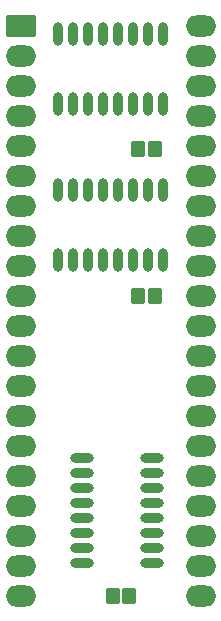
<source format=gts>
G04 Layer: TopSolderMaskLayer*
G04 EasyEDA v6.5.22, 2023-01-18 22:18:13*
G04 eba29598cffc45a1a2b09f1bfeec2ae0,7be1179030e74d40a97a3c751b95adb4,10*
G04 Gerber Generator version 0.2*
G04 Scale: 100 percent, Rotated: No, Reflected: No *
G04 Dimensions in millimeters *
G04 leading zeros omitted , absolute positions ,4 integer and 5 decimal *
%FSLAX45Y45*%
%MOMM*%

%AMMACRO1*1,1,$1,$2,$3*1,1,$1,$4,$5*1,1,$1,0-$2,0-$3*1,1,$1,0-$4,0-$5*20,1,$1,$2,$3,$4,$5,0*20,1,$1,$4,$5,0-$2,0-$3,0*20,1,$1,0-$2,0-$3,0-$4,0-$5,0*20,1,$1,0-$4,0-$5,$2,$3,0*4,1,4,$2,$3,$4,$5,0-$2,0-$3,0-$4,0-$5,$2,$3,0*%
%ADD10MACRO1,0.2032X-1.1989X0.8001X1.1989X0.8001*%
%ADD11O,2.6031952X1.8031968*%
%ADD12MACRO1,0.2032X-0.5X0.55X0.5X0.55*%
%ADD13O,0.8031988000000001X2.0031963999999998*%
%ADD14O,2.0031963999999998X0.8031988000000001*%

%LPD*%
D10*
G01*
X1854200Y-1828800D03*
D11*
G01*
X3378200Y-6654800D03*
G01*
X1854200Y-2082800D03*
G01*
X3378200Y-6400800D03*
G01*
X1854200Y-2336800D03*
G01*
X3378200Y-6146800D03*
G01*
X1854200Y-2590800D03*
G01*
X3378200Y-5892800D03*
G01*
X1854200Y-2844800D03*
G01*
X3378200Y-5638800D03*
G01*
X1854200Y-3098800D03*
G01*
X3378200Y-5384800D03*
G01*
X1854200Y-3352800D03*
G01*
X3378200Y-5130800D03*
G01*
X1854200Y-3606800D03*
G01*
X3378200Y-4876800D03*
G01*
X1854200Y-3860800D03*
G01*
X3378200Y-4622800D03*
G01*
X1854200Y-4114800D03*
G01*
X3378200Y-4368800D03*
G01*
X1854200Y-4368800D03*
G01*
X3378200Y-4114800D03*
G01*
X1854200Y-4622800D03*
G01*
X3378200Y-3860800D03*
G01*
X1854200Y-4876800D03*
G01*
X3378200Y-3606800D03*
G01*
X1854200Y-5130800D03*
G01*
X3378200Y-3352800D03*
G01*
X1854200Y-5384800D03*
G01*
X3378200Y-3098800D03*
G01*
X1854200Y-5638800D03*
G01*
X3378200Y-2844800D03*
G01*
X1854200Y-5892800D03*
G01*
X3378200Y-2590800D03*
G01*
X1854200Y-6146800D03*
G01*
X3378200Y-2336800D03*
G01*
X1854200Y-6400800D03*
G01*
X3378200Y-2082800D03*
G01*
X1854200Y-6654800D03*
G01*
X3378200Y-1828800D03*
D12*
G01*
X2850989Y-2870201D03*
G01*
X2990989Y-2870201D03*
G01*
X2850989Y-4114801D03*
G01*
X2990989Y-4114801D03*
D13*
G01*
X2171700Y-2494279D03*
G01*
X2298700Y-2494279D03*
G01*
X2425700Y-2494279D03*
G01*
X2552700Y-2494279D03*
G01*
X2679700Y-2494279D03*
G01*
X2806700Y-2494279D03*
G01*
X2933700Y-2494279D03*
G01*
X3060700Y-2494279D03*
G01*
X2171700Y-1899920D03*
G01*
X2298700Y-1899920D03*
G01*
X2425700Y-1899920D03*
G01*
X2552700Y-1899920D03*
G01*
X2679700Y-1899920D03*
G01*
X2806700Y-1899920D03*
G01*
X2933700Y-1899920D03*
G01*
X3060700Y-1899920D03*
G01*
X2171700Y-3815079D03*
G01*
X2298700Y-3815079D03*
G01*
X2425700Y-3815079D03*
G01*
X2552700Y-3815079D03*
G01*
X2679700Y-3815079D03*
G01*
X2806700Y-3815079D03*
G01*
X2933700Y-3815079D03*
G01*
X3060700Y-3815079D03*
G01*
X2171700Y-3220720D03*
G01*
X2298700Y-3220720D03*
G01*
X2425700Y-3220720D03*
G01*
X2552700Y-3220720D03*
G01*
X2679700Y-3220720D03*
G01*
X2806700Y-3220720D03*
G01*
X2933700Y-3220720D03*
G01*
X3060700Y-3220720D03*
D14*
G01*
X2369820Y-5486400D03*
G01*
X2369820Y-5613400D03*
G01*
X2369820Y-5740400D03*
G01*
X2369820Y-5867400D03*
G01*
X2369820Y-5994400D03*
G01*
X2369820Y-6121400D03*
G01*
X2369820Y-6248400D03*
G01*
X2369820Y-6375400D03*
G01*
X2964179Y-5486400D03*
G01*
X2964179Y-5613400D03*
G01*
X2964179Y-5740400D03*
G01*
X2964179Y-5867400D03*
G01*
X2964179Y-5994400D03*
G01*
X2964179Y-6121400D03*
G01*
X2964179Y-6248400D03*
G01*
X2964179Y-6375400D03*
D12*
G01*
X2635089Y-6654801D03*
G01*
X2775089Y-6654801D03*
M02*

</source>
